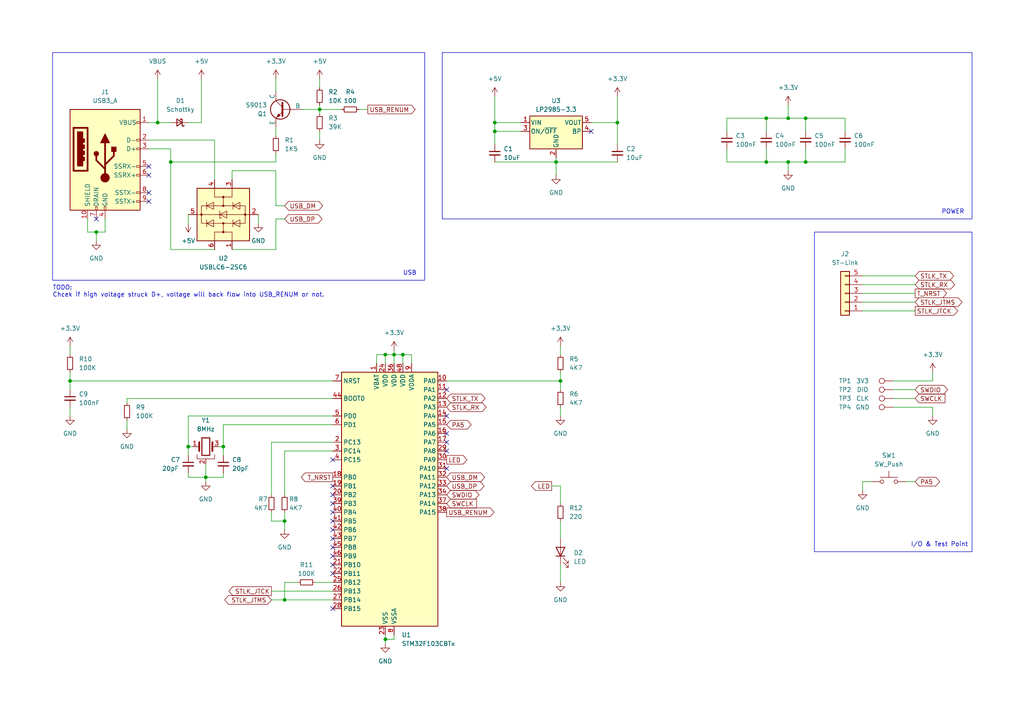
<source format=kicad_sch>
(kicad_sch (version 20230121) (generator eeschema)
  (paper "A4")
  (title_block (title "FSC-01") (date "2024-09-01") (rev "V0.1") (company "NekoTech") (comment 1 "ST-Link V2/GNUK Mix Board"))
  (lib_symbols
    (symbol "Connector:TestPoint" (pin_numbers hide) (pin_names (offset 0.762) hide)
      (property "Reference" "TP" (at 0 6.858 0))
      (property "Value" "TestPoint" (at 0 5.08 0))
      (symbol "TestPoint_0_1"
        (circle (center 0 3.302) (radius 0.762))
      )
      (symbol "TestPoint_1_1"
        (pin passive line (at 0 0 90) (length 2.54) (name "1") (number "1"))
      )
    )
    (symbol "Connector:USB3_A" (pin_names (offset 1.016))
      (property "Reference" "J" (at -10.16 15.24 0))
      (property "Value" "USB3_A" (at 10.16 15.24 0))
      (symbol "USB3_A_0_0"
        (rectangle (start -9.144 8.636) (end -5.08 -3.81) (stroke (width 0.508)))
        (rectangle (start -7.874 7.366) (end -6.604 -2.286) (stroke (width 0.508)) (fill (type outline)))
        (rectangle (start -6.35 0) (end -6.096 -0.762) (stroke (width 0.508)))
        (rectangle (start -6.35 1.778) (end -6.096 1.016) (stroke (width 0.508)))
        (rectangle (start -6.35 3.556) (end -6.096 2.794) (stroke (width 0.508)))
        (rectangle (start -6.35 5.334) (end -6.096 4.572) (stroke (width 0.508)))
        (rectangle (start -2.794 -15.24) (end -2.286 -14.224))
        (rectangle (start -0.254 -15.24) (end 0.254 -14.224))
        (rectangle (start 10.16 -12.446) (end 9.144 -12.954))
        (rectangle (start 10.16 -9.906) (end 9.144 -10.414))
        (rectangle (start 10.16 -4.826) (end 9.144 -5.334))
        (rectangle (start 10.16 -2.286) (end 9.144 -2.794))
        (rectangle (start 10.16 2.794) (end 9.144 2.286))
        (rectangle (start 10.16 5.334) (end 9.144 4.826))
        (rectangle (start 10.16 10.414) (end 9.144 9.906))
      )
      (symbol "USB3_A_0_1"
        (rectangle (start -10.16 13.97) (end 10.16 -15.24) (stroke (width 0.254)) (fill (type background)))
      )
      (symbol "USB3_A_1_1"
        (circle (center -2.54 1.143) (radius 0.635) (stroke (width 0.254)) (fill (type outline)))
        (circle (center 0 -5.842) (radius 1.27) (fill (type outline)))
        (polyline (pts (xy 0 -5.842) (xy 0 4.318)) (stroke (width 0.508)))
        (polyline (pts (xy 0 -3.302) (xy -2.54 -0.762) (xy -2.54 0.508)) (stroke (width 0.508)))
        (polyline (pts (xy 0 -2.032) (xy 2.54 0.508) (xy 2.54 1.778)) (stroke (width 0.508)))
        (polyline (pts (xy -1.27 4.318) (xy 0 6.858) (xy 1.27 4.318) (xy -1.27 4.318)) (stroke (width 0.254)) (fill (type outline)))
        (rectangle (start 1.905 1.778) (end 3.175 3.048) (stroke (width 0.254)) (fill (type outline)))
        (pin power_in line (at 12.7 10.16 180) (length 2.54) (name "VBUS") (number "1"))
        (pin passive line (at -5.08 -17.78 90) (length 2.54) (name "SHIELD") (number "10"))
        (pin bidirectional line (at 12.7 5.08 180) (length 2.54) (name "D-") (number "2"))
        (pin bidirectional line (at 12.7 2.54 180) (length 2.54) (name "D+") (number "3"))
        (pin power_in line (at 0 -17.78 90) (length 2.54) (name "GND") (number "4"))
        (pin output line (at 12.7 -2.54 180) (length 2.54) (name "SSRX-") (number "5"))
        (pin output line (at 12.7 -5.08 180) (length 2.54) (name "SSRX+") (number "6"))
        (pin passive line (at -2.54 -17.78 90) (length 2.54) (name "DRAIN") (number "7"))
        (pin input line (at 12.7 -10.16 180) (length 2.54) (name "SSTX-") (number "8"))
        (pin input line (at 12.7 -12.7 180) (length 2.54) (name "SSTX+") (number "9"))
      )
    )
    (symbol "Connector_Generic:Conn_01x05" (pin_names (offset 1.016) hide)
      (property "Reference" "J" (at 0 7.62 0))
      (property "Value" "Conn_01x05" (at 0 -7.62 0))
      (symbol "Conn_01x05_1_1"
        (rectangle (start -1.27 -4.953) (end 0 -5.207) (stroke (width 0.1524)))
        (rectangle (start -1.27 -2.413) (end 0 -2.667) (stroke (width 0.1524)))
        (rectangle (start -1.27 0.127) (end 0 -0.127) (stroke (width 0.1524)))
        (rectangle (start -1.27 2.667) (end 0 2.413) (stroke (width 0.1524)))
        (rectangle (start -1.27 5.207) (end 0 4.953) (stroke (width 0.1524)))
        (rectangle (start -1.27 6.35) (end 1.27 -6.35) (stroke (width 0.254)) (fill (type background)))
        (pin passive line (at -5.08 5.08 0) (length 3.81) (name "Pin_1") (number "1"))
        (pin passive line (at -5.08 2.54 0) (length 3.81) (name "Pin_2") (number "2"))
        (pin passive line (at -5.08 0 0) (length 3.81) (name "Pin_3") (number "3"))
        (pin passive line (at -5.08 -2.54 0) (length 3.81) (name "Pin_4") (number "4"))
        (pin passive line (at -5.08 -5.08 0) (length 3.81) (name "Pin_5") (number "5"))
      )
    )
    (symbol "Device:C_Small" (pin_numbers hide) (pin_names (offset 0.254) hide)
      (property "Reference" "C" (at 0.254 1.778 0))
      (property "Value" "C_Small" (at 0.254 -2.032 0))
      (symbol "C_Small_0_1"
        (polyline (pts (xy -1.524 -0.508) (xy 1.524 -0.508)) (stroke (width 0.3302)))
        (polyline (pts (xy -1.524 0.508) (xy 1.524 0.508)) (stroke (width 0.3048)))
      )
      (symbol "C_Small_1_1"
        (pin passive line (at 0 2.54 270) (length 2.032) (name "~") (number "1"))
        (pin passive line (at 0 -2.54 90) (length 2.032) (name "~") (number "2"))
      )
    )
    (symbol "Device:Crystal_GND2" (pin_names (offset 1.016) hide)
      (property "Reference" "Y" (at 0 5.715 0))
      (property "Value" "Crystal_GND2" (at 0 3.81 0))
      (symbol "Crystal_GND2_0_1"
        (rectangle (start -1.143 2.54) (end 1.143 -2.54) (stroke (width 0.3048)))
        (polyline (pts (xy -2.54 0) (xy -1.905 0)))
        (polyline (pts (xy -1.905 -1.27) (xy -1.905 1.27)) (stroke (width 0.508)))
        (polyline (pts (xy 0 -3.81) (xy 0 -3.556)))
        (polyline (pts (xy 1.905 0) (xy 2.54 0)))
        (polyline (pts (xy 1.905 1.27) (xy 1.905 -1.27)) (stroke (width 0.508)))
        (polyline (pts (xy -2.54 -2.286) (xy -2.54 -3.556) (xy 2.54 -3.556) (xy 2.54 -2.286)))
      )
      (symbol "Crystal_GND2_1_1"
        (pin passive line (at -3.81 0 0) (length 1.27) (name "1") (number "1"))
        (pin passive line (at 0 -5.08 90) (length 1.27) (name "2") (number "2"))
        (pin passive line (at 3.81 0 180) (length 1.27) (name "3") (number "3"))
      )
    )
    (symbol "Device:D_Schottky_Small" (pin_numbers hide) (pin_names (offset 0.254) hide)
      (property "Reference" "D" (at -1.27 2.032 0))
      (property "Value" "D_Schottky_Small" (at -7.112 -2.032 0))
      (symbol "D_Schottky_Small_0_1"
        (polyline (pts (xy -0.762 0) (xy 0.762 0)))
        (polyline (pts (xy 0.762 -1.016) (xy -0.762 0) (xy 0.762 1.016) (xy 0.762 -1.016)) (stroke (width 0.254)))
        (polyline (pts (xy -1.27 0.762) (xy -1.27 1.016) (xy -0.762 1.016) (xy -0.762 -1.016) (xy -0.254 -1.016) (xy -0.254 -0.762)) (stroke (width 0.254)))
      )
      (symbol "D_Schottky_Small_1_1"
        (pin passive line (at -2.54 0 0) (length 1.778) (name "K") (number "1"))
        (pin passive line (at 2.54 0 180) (length 1.778) (name "A") (number "2"))
      )
    )
    (symbol "Device:LED" (pin_numbers hide) (pin_names (offset 1.016) hide)
      (property "Reference" "D" (at 0 2.54 0))
      (property "Value" "LED" (at 0 -2.54 0))
      (symbol "LED_0_1"
        (polyline (pts (xy -1.27 -1.27) (xy -1.27 1.27)) (stroke (width 0.254)))
        (polyline (pts (xy -1.27 0) (xy 1.27 0)))
        (polyline (pts (xy 1.27 -1.27) (xy 1.27 1.27) (xy -1.27 0) (xy 1.27 -1.27)) (stroke (width 0.254)))
        (polyline (pts (xy -3.048 -0.762) (xy -4.572 -2.286) (xy -3.81 -2.286) (xy -4.572 -2.286) (xy -4.572 -1.524)))
        (polyline (pts (xy -1.778 -0.762) (xy -3.302 -2.286) (xy -2.54 -2.286) (xy -3.302 -2.286) (xy -3.302 -1.524)))
      )
      (symbol "LED_1_1"
        (pin passive line (at -3.81 0 0) (length 2.54) (name "K") (number "1"))
        (pin passive line (at 3.81 0 180) (length 2.54) (name "A") (number "2"))
      )
    )
    (symbol "Device:R_Small" (pin_numbers hide) (pin_names (offset 0.254) hide)
      (property "Reference" "R" (at 0.762 0.508 0))
      (property "Value" "R_Small" (at 0.762 -1.016 0))
      (symbol "R_Small_0_1"
        (rectangle (start -0.762 1.778) (end 0.762 -1.778) (stroke (width 0.2032)))
      )
      (symbol "R_Small_1_1"
        (pin passive line (at 0 2.54 270) (length 0.762) (name "~") (number "1"))
        (pin passive line (at 0 -2.54 90) (length 0.762) (name "~") (number "2"))
      )
    )
    (symbol "MCU_ST_STM32F1:STM32F103CBTx"
      (property "Reference" "U" (at -12.7 39.37 0))
      (property "Value" "STM32F103CBTx" (at 10.16 39.37 0))
      (symbol "STM32F103CBTx_0_1"
        (rectangle (start -12.7 -35.56) (end 15.24 38.1) (stroke (width 0.254)) (fill (type background)))
      )
      (symbol "STM32F103CBTx_1_1"
        (pin power_in line (at -2.54 40.64 270) (length 2.54) (name "VBAT") (number "1"))
        (pin bidirectional line (at 17.78 35.56 180) (length 2.54) (name "PA0") (number "10"))
        (pin bidirectional line (at 17.78 33.02 180) (length 2.54) (name "PA1") (number "11"))
        (pin bidirectional line (at 17.78 30.48 180) (length 2.54) (name "PA2") (number "12"))
        (pin bidirectional line (at 17.78 27.94 180) (length 2.54) (name "PA3") (number "13"))
        (pin bidirectional line (at 17.78 25.4 180) (length 2.54) (name "PA4") (number "14"))
        (pin bidirectional line (at 17.78 22.86 180) (length 2.54) (name "PA5") (number "15"))
        (pin bidirectional line (at 17.78 20.32 180) (length 2.54) (name "PA6") (number "16"))
        (pin bidirectional line (at 17.78 17.78 180) (length 2.54) (name "PA7") (number "17"))
        (pin bidirectional line (at -15.24 7.62 0) (length 2.54) (name "PB0") (number "18"))
        (pin bidirectional line (at -15.24 5.08 0) (length 2.54) (name "PB1") (number "19"))
        (pin bidirectional line (at -15.24 17.78 0) (length 2.54) (name "PC13") (number "2"))
        (pin bidirectional line (at -15.24 2.54 0) (length 2.54) (name "PB2") (number "20"))
        (pin bidirectional line (at -15.24 -17.78 0) (length 2.54) (name "PB10") (number "21"))
        (pin bidirectional line (at -15.24 -20.32 0) (length 2.54) (name "PB11") (number "22"))
        (pin power_in line (at 0 -38.1 90) (length 2.54) (name "VSS") (number "23"))
        (pin power_in line (at 0 40.64 270) (length 2.54) (name "VDD") (number "24"))
        (pin bidirectional line (at -15.24 -22.86 0) (length 2.54) (name "PB12") (number "25"))
        (pin bidirectional line (at -15.24 -25.4 0) (length 2.54) (name "PB13") (number "26"))
        (pin bidirectional line (at -15.24 -27.94 0) (length 2.54) (name "PB14") (number "27"))
        (pin bidirectional line (at -15.24 -30.48 0) (length 2.54) (name "PB15") (number "28"))
        (pin bidirectional line (at 17.78 15.24 180) (length 2.54) (name "PA8") (number "29"))
        (pin bidirectional line (at -15.24 15.24 0) (length 2.54) (name "PC14") (number "3"))
        (pin bidirectional line (at 17.78 12.7 180) (length 2.54) (name "PA9") (number "30"))
        (pin bidirectional line (at 17.78 10.16 180) (length 2.54) (name "PA10") (number "31"))
        (pin bidirectional line (at 17.78 7.62 180) (length 2.54) (name "PA11") (number "32"))
        (pin bidirectional line (at 17.78 5.08 180) (length 2.54) (name "PA12") (number "33"))
        (pin bidirectional line (at 17.78 2.54 180) (length 2.54) (name "PA13") (number "34"))
        (pin passive line (at 0 -38.1 90) (length 2.54) hide (name "VSS") (number "35"))
        (pin power_in line (at 2.54 40.64 270) (length 2.54) (name "VDD") (number "36"))
        (pin bidirectional line (at 17.78 0 180) (length 2.54) (name "PA14") (number "37"))
        (pin bidirectional line (at 17.78 -2.54 180) (length 2.54) (name "PA15") (number "38"))
        (pin bidirectional line (at -15.24 0 0) (length 2.54) (name "PB3") (number "39"))
        (pin bidirectional line (at -15.24 12.7 0) (length 2.54) (name "PC15") (number "4"))
        (pin bidirectional line (at -15.24 -2.54 0) (length 2.54) (name "PB4") (number "40"))
        (pin bidirectional line (at -15.24 -5.08 0) (length 2.54) (name "PB5") (number "41"))
        (pin bidirectional line (at -15.24 -7.62 0) (length 2.54) (name "PB6") (number "42"))
        (pin bidirectional line (at -15.24 -10.16 0) (length 2.54) (name "PB7") (number "43"))
        (pin input line (at -15.24 30.48 0) (length 2.54) (name "BOOT0") (number "44"))
        (pin bidirectional line (at -15.24 -12.7 0) (length 2.54) (name "PB8") (number "45"))
        (pin bidirectional line (at -15.24 -15.24 0) (length 2.54) (name "PB9") (number "46"))
        (pin passive line (at 0 -38.1 90) (length 2.54) hide (name "VSS") (number "47"))
        (pin power_in line (at 5.08 40.64 270) (length 2.54) (name "VDD") (number "48"))
        (pin bidirectional line (at -15.24 25.4 0) (length 2.54) (name "PD0") (number "5"))
        (pin bidirectional line (at -15.24 22.86 0) (length 2.54) (name "PD1") (number "6"))
        (pin input line (at -15.24 35.56 0) (length 2.54) (name "NRST") (number "7"))
        (pin power_in line (at 2.54 -38.1 90) (length 2.54) (name "VSSA") (number "8"))
        (pin power_in line (at 7.62 40.64 270) (length 2.54) (name "VDDA") (number "9"))
      )
    )
    (symbol "Power_Protection:USBLC6-2SC6" (pin_names hide)
      (property "Reference" "U" (at 2.54 8.89 0))
      (property "Value" "USBLC6-2SC6" (at 2.54 -8.89 0))
      (symbol "USBLC6-2SC6_0_1"
        (rectangle (start -7.62 -7.62) (end 7.62 7.62) (stroke (width 0.254)) (fill (type background)))
        (circle (center -5.08 0) (radius 0.254) (fill (type outline)))
        (circle (center -2.54 0) (radius 0.254) (fill (type outline)))
        (rectangle (start -2.54 6.35) (end 2.54 -6.35))
        (circle (center 0 -6.35) (radius 0.254) (fill (type outline)))
        (polyline (pts (xy -5.08 -2.54) (xy -7.62 -2.54)))
        (polyline (pts (xy -5.08 0) (xy -5.08 -2.54)))
        (polyline (pts (xy -5.08 2.54) (xy -7.62 2.54)))
        (polyline (pts (xy -1.524 -2.794) (xy -3.556 -2.794)))
        (polyline (pts (xy -1.524 4.826) (xy -3.556 4.826)))
        (polyline (pts (xy 0 -7.62) (xy 0 -6.35)))
        (polyline (pts (xy 0 -6.35) (xy 0 1.27)))
        (polyline (pts (xy 0 1.27) (xy 0 6.35)))
        (polyline (pts (xy 0 6.35) (xy 0 7.62)))
        (polyline (pts (xy 1.524 -2.794) (xy 3.556 -2.794)))
        (polyline (pts (xy 1.524 4.826) (xy 3.556 4.826)))
        (polyline (pts (xy 5.08 -2.54) (xy 7.62 -2.54)))
        (polyline (pts (xy 5.08 0) (xy 5.08 -2.54)))
        (polyline (pts (xy 5.08 2.54) (xy 7.62 2.54)))
        (polyline (pts (xy -2.54 0) (xy -5.08 0) (xy -5.08 2.54)))
        (polyline (pts (xy 2.54 0) (xy 5.08 0) (xy 5.08 2.54)))
        (polyline (pts (xy -3.556 -4.826) (xy -1.524 -4.826) (xy -2.54 -2.794) (xy -3.556 -4.826)))
        (polyline (pts (xy -3.556 2.794) (xy -1.524 2.794) (xy -2.54 4.826) (xy -3.556 2.794)))
        (polyline (pts (xy -1.016 -1.016) (xy 1.016 -1.016) (xy 0 1.016) (xy -1.016 -1.016)))
        (polyline (pts (xy 1.016 1.016) (xy 0.762 1.016) (xy -1.016 1.016) (xy -1.016 0.508)))
        (polyline (pts (xy 3.556 -4.826) (xy 1.524 -4.826) (xy 2.54 -2.794) (xy 3.556 -4.826)))
        (polyline (pts (xy 3.556 2.794) (xy 1.524 2.794) (xy 2.54 4.826) (xy 3.556 2.794)))
        (circle (center 0 6.35) (radius 0.254) (fill (type outline)))
        (circle (center 2.54 0) (radius 0.254) (fill (type outline)))
        (circle (center 5.08 0) (radius 0.254) (fill (type outline)))
      )
      (symbol "USBLC6-2SC6_1_1"
        (pin passive line (at -10.16 -2.54 0) (length 2.54) (name "I/O1") (number "1"))
        (pin passive line (at 0 -10.16 90) (length 2.54) (name "GND") (number "2"))
        (pin passive line (at 10.16 -2.54 180) (length 2.54) (name "I/O2") (number "3"))
        (pin passive line (at 10.16 2.54 180) (length 2.54) (name "I/O2") (number "4"))
        (pin passive line (at 0 10.16 270) (length 2.54) (name "VBUS") (number "5"))
        (pin passive line (at -10.16 2.54 0) (length 2.54) (name "I/O1") (number "6"))
      )
    )
    (symbol "Regulator_Linear:LP2985-3.3" (pin_names (offset 0.254))
      (property "Reference" "U" (at -6.35 5.715 0))
      (property "Value" "LP2985-3.3" (at 0 5.715 0))
      (symbol "LP2985-3.3_0_1"
        (rectangle (start -7.62 -5.08) (end 7.62 4.445) (stroke (width 0.254)) (fill (type background)))
      )
      (symbol "LP2985-3.3_1_1"
        (pin power_in line (at -10.16 2.54 0) (length 2.54) (name "VIN") (number "1"))
        (pin power_in line (at 0 -7.62 90) (length 2.54) (name "GND") (number "2"))
        (pin input line (at -10.16 0 0) (length 2.54) (name "ON/~{OFF}") (number "3"))
        (pin input line (at 10.16 0 180) (length 2.54) (name "BP") (number "4"))
        (pin power_out line (at 10.16 2.54 180) (length 2.54) (name "VOUT") (number "5"))
      )
    )
    (symbol "Simulation_SPICE:NPN" (pin_numbers hide) (pin_names (offset 0))
      (property "Reference" "Q" (at -2.54 7.62 0))
      (property "Value" "NPN" (at -2.54 5.08 0))
      (symbol "NPN_0_1"
        (polyline (pts (xy -2.54 0) (xy 0.635 0)) (stroke (width 0.1524)))
        (polyline (pts (xy 0.635 0.635) (xy 2.54 2.54)))
        (polyline (pts (xy 2.794 -1.27) (xy 2.794 -1.27)) (stroke (width 0.1524)))
        (polyline (pts (xy 2.794 -1.27) (xy 2.794 -1.27)) (stroke (width 0.1524)))
        (polyline (pts (xy 0.635 -0.635) (xy 2.54 -2.54) (xy 2.54 -2.54)))
        (polyline (pts (xy 0.635 1.905) (xy 0.635 -1.905) (xy 0.635 -1.905)) (stroke (width 0.508)))
        (polyline (pts (xy 1.27 -1.778) (xy 1.778 -1.27) (xy 2.286 -2.286) (xy 1.27 -1.778) (xy 1.27 -1.778)) (fill (type outline)))
        (circle (center 1.27 0) (radius 2.8194) (stroke (width 0.254)))
      )
      (symbol "NPN_1_1"
        (pin open_collector line (at 2.54 5.08 270) (length 2.54) (name "C") (number "1"))
        (pin input line (at -5.08 0 0) (length 2.54) (name "B") (number "2"))
        (pin open_emitter line (at 2.54 -5.08 90) (length 2.54) (name "E") (number "3"))
      )
    )
    (symbol "Switch:SW_Push" (pin_numbers hide) (pin_names (offset 1.016) hide)
      (property "Reference" "SW" (at 1.27 2.54 0))
      (property "Value" "SW_Push" (at 0 -1.524 0))
      (symbol "SW_Push_0_1"
        (circle (center -2.032 0) (radius 0.508))
        (polyline (pts (xy 0 1.27) (xy 0 3.048)))
        (polyline (pts (xy 2.54 1.27) (xy -2.54 1.27)))
        (circle (center 2.032 0) (radius 0.508))
        (pin passive line (at -5.08 0 0) (length 2.54) (name "1") (number "1"))
        (pin passive line (at 5.08 0 180) (length 2.54) (name "2") (number "2"))
      )
    )
    (symbol "power:+3.3V" (power) (pin_names (offset 0))
      (property "Value" "+3.3V" (at 0 3.556 0))
      (symbol "+3.3V_0_1"
        (polyline (pts (xy -0.762 1.27) (xy 0 2.54)))
        (polyline (pts (xy 0 0) (xy 0 2.54)))
        (polyline (pts (xy 0 2.54) (xy 0.762 1.27)))
      )
      (symbol "+3.3V_1_1"
        (pin power_in line (at 0 0 90) (length 0) hide (name "+3.3V") (number "1"))
      )
    )
    (symbol "power:+5V" (power) (pin_names (offset 0))
      (property "Value" "+5V" (at 0 3.556 0))
      (symbol "+5V_0_1"
        (polyline (pts (xy -0.762 1.27) (xy 0 2.54)))
        (polyline (pts (xy 0 0) (xy 0 2.54)))
        (polyline (pts (xy 0 2.54) (xy 0.762 1.27)))
      )
      (symbol "+5V_1_1"
        (pin power_in line (at 0 0 90) (length 0) hide (name "+5V") (number "1"))
      )
    )
    (symbol "power:GND" (power) (pin_names (offset 0))
      (property "Value" "GND" (at 0 -3.81 0))
      (symbol "GND_0_1"
        (polyline (pts (xy 0 0) (xy 0 -1.27) (xy 1.27 -1.27) (xy 0 -2.54) (xy -1.27 -1.27) (xy 0 -1.27)))
      )
      (symbol "GND_1_1"
        (pin power_in line (at 0 0 270) (length 0) hide (name "GND") (number "1"))
      )
    )
    (symbol "power:VBUS" (power) (pin_names (offset 0))
      (property "Value" "VBUS" (at 0 3.81 0))
      (symbol "VBUS_0_1"
        (polyline (pts (xy -0.762 1.27) (xy 0 2.54)))
        (polyline (pts (xy 0 0) (xy 0 2.54)))
        (polyline (pts (xy 0 2.54) (xy 0.762 1.27)))
      )
      (symbol "VBUS_1_1"
        (pin power_in line (at 0 0 90) (length 0) hide (name "VBUS") (number "1"))
      )
    )
  )
  (junction (at 222.25 46.99))
  (junction (at 233.68 34.29))
  (junction (at 92.71 31.75))
  (junction (at 143.51 35.56))
  (junction (at 116.84 102.87))
  (junction (at 228.6 46.99))
  (junction (at 114.3 102.87))
  (junction (at 111.76 102.87))
  (junction (at 228.6 34.29))
  (junction (at 222.25 34.29))
  (junction (at 179.07 35.56))
  (junction (at 161.29 46.99))
  (junction (at 54.61 129.54))
  (junction (at 59.69 138.43))
  (junction (at 20.32 110.49))
  (junction (at 82.55 173.99))
  (junction (at 64.77 129.54))
  (junction (at 82.55 151.13))
  (junction (at 233.68 46.99))
  (junction (at 45.72 35.56))
  (junction (at 162.56 110.49))
  (junction (at 27.94 67.31))
  (junction (at 143.51 38.1))
  (junction (at 111.76 185.42))
  (junction (at 49.53 46.99))
  (no_connect (at 96.52 176.53))
  (no_connect (at 43.18 50.8))
  (no_connect (at 96.52 166.37))
  (no_connect (at 96.52 146.05))
  (no_connect (at 96.52 156.21))
  (no_connect (at 129.54 113.03))
  (no_connect (at 96.52 143.51))
  (no_connect (at 171.45 38.1))
  (no_connect (at 96.52 148.59))
  (no_connect (at 96.52 163.83))
  (no_connect (at 96.52 158.75))
  (no_connect (at 129.54 130.81))
  (no_connect (at 96.52 140.97))
  (no_connect (at 96.52 153.67))
  (no_connect (at 96.52 161.29))
  (no_connect (at 96.52 151.13))
  (no_connect (at 129.54 128.27))
  (no_connect (at 129.54 120.65))
  (no_connect (at 96.52 133.35))
  (no_connect (at 129.54 125.73))
  (no_connect (at 27.94 63.5))
  (no_connect (at 129.54 135.89))
  (no_connect (at 43.18 55.88))
  (no_connect (at 43.18 58.42))
  (no_connect (at 43.18 48.26))
  (wire (pts (xy 114.3 102.87) (xy 111.76 102.87)))
  (wire (pts (xy 25.4 67.31) (xy 27.94 67.31)))
  (wire (pts (xy 179.07 35.56) (xy 179.07 41.91)))
  (wire (pts (xy 80.01 72.39) (xy 80.01 63.5)))
  (wire (pts (xy 82.55 148.59) (xy 82.55 151.13)))
  (wire (pts (xy 111.76 102.87) (xy 111.76 105.41)))
  (wire (pts (xy 59.69 134.62) (xy 59.69 138.43)))
  (wire (pts (xy 45.72 35.56) (xy 49.53 35.56)))
  (wire (pts (xy 233.68 34.29) (xy 233.68 38.1)))
  (wire (pts (xy 92.71 38.1) (xy 92.71 40.64)))
  (wire (pts (xy 111.76 102.87) (xy 109.22 102.87)))
  (wire (pts (xy 210.82 38.1) (xy 210.82 34.29)))
  (wire (pts (xy 270.51 120.65) (xy 270.51 118.11)))
  (wire (pts (xy 252.73 139.7) (xy 250.19 139.7)))
  (wire (pts (xy 54.61 35.56) (xy 58.42 35.56)))
  (wire (pts (xy 92.71 22.86) (xy 92.71 25.4)))
  (wire (pts (xy 82.55 130.81) (xy 82.55 143.51)))
  (wire (pts (xy 49.53 72.39) (xy 62.23 72.39)))
  (wire (pts (xy 27.94 67.31) (xy 30.48 67.31)))
  (wire (pts (xy 222.25 46.99) (xy 228.6 46.99)))
  (wire (pts (xy 78.74 171.45) (xy 96.52 171.45)))
  (wire (pts (xy 74.93 62.23) (xy 74.93 64.77)))
  (wire (pts (xy 259.08 115.57) (xy 265.43 115.57)))
  (wire (pts (xy 96.52 130.81) (xy 82.55 130.81)))
  (wire (pts (xy 233.68 43.18) (xy 233.68 46.99)))
  (wire (pts (xy 59.69 138.43) (xy 59.69 139.7)))
  (wire (pts (xy 49.53 46.99) (xy 80.01 46.99)))
  (wire (pts (xy 228.6 30.48) (xy 228.6 34.29)))
  (wire (pts (xy 162.56 110.49) (xy 162.56 113.03)))
  (wire (pts (xy 143.51 38.1) (xy 143.51 35.56)))
  (wire (pts (xy 43.18 35.56) (xy 45.72 35.56)))
  (wire (pts (xy 64.77 138.43) (xy 59.69 138.43)))
  (wire (pts (xy 262.89 139.7) (xy 265.43 139.7)))
  (wire (pts (xy 92.71 31.75) (xy 92.71 33.02)))
  (wire (pts (xy 20.32 107.95) (xy 20.32 110.49)))
  (wire (pts (xy 116.84 102.87) (xy 116.84 105.41)))
  (wire (pts (xy 87.63 31.75) (xy 92.71 31.75)))
  (wire (pts (xy 250.19 87.63) (xy 265.43 87.63)))
  (wire (pts (xy 36.83 115.57) (xy 36.83 116.84)))
  (wire (pts (xy 82.55 173.99) (xy 96.52 173.99)))
  (wire (pts (xy 245.11 38.1) (xy 245.11 34.29)))
  (wire (pts (xy 210.82 34.29) (xy 222.25 34.29)))
  (wire (pts (xy 114.3 185.42) (xy 111.76 185.42)))
  (wire (pts (xy 67.31 49.53) (xy 80.01 49.53)))
  (wire (pts (xy 250.19 139.7) (xy 250.19 142.24)))
  (wire (pts (xy 114.3 101.6) (xy 114.3 102.87)))
  (wire (pts (xy 161.29 46.99) (xy 179.07 46.99)))
  (wire (pts (xy 161.29 45.72) (xy 161.29 46.99)))
  (wire (pts (xy 250.19 85.09) (xy 265.43 85.09)))
  (wire (pts (xy 270.51 110.49) (xy 270.51 107.95)))
  (wire (pts (xy 54.61 132.08) (xy 54.61 129.54)))
  (wire (pts (xy 161.29 46.99) (xy 161.29 50.8)))
  (wire (pts (xy 228.6 46.99) (xy 228.6 49.53)))
  (wire (pts (xy 111.76 184.15) (xy 111.76 185.42)))
  (wire (pts (xy 78.74 128.27) (xy 78.74 143.51)))
  (wire (pts (xy 43.18 40.64) (xy 62.23 40.64)))
  (wire (pts (xy 143.51 35.56) (xy 151.13 35.56)))
  (wire (pts (xy 143.51 27.94) (xy 143.51 35.56)))
  (wire (pts (xy 43.18 43.18) (xy 49.53 43.18)))
  (wire (pts (xy 151.13 38.1) (xy 143.51 38.1)))
  (wire (pts (xy 64.77 129.54) (xy 64.77 123.19)))
  (wire (pts (xy 92.71 31.75) (xy 99.06 31.75)))
  (wire (pts (xy 179.07 35.56) (xy 179.07 27.94)))
  (wire (pts (xy 20.32 110.49) (xy 20.32 113.03)))
  (wire (pts (xy 49.53 46.99) (xy 49.53 72.39)))
  (wire (pts (xy 82.55 168.91) (xy 82.55 173.99)))
  (wire (pts (xy 54.61 129.54) (xy 55.88 129.54)))
  (wire (pts (xy 62.23 40.64) (xy 62.23 52.07)))
  (wire (pts (xy 250.19 90.17) (xy 265.43 90.17)))
  (wire (pts (xy 171.45 35.56) (xy 179.07 35.56)))
  (wire (pts (xy 20.32 100.33) (xy 20.32 102.87)))
  (wire (pts (xy 129.54 110.49) (xy 162.56 110.49)))
  (wire (pts (xy 78.74 151.13) (xy 82.55 151.13)))
  (wire (pts (xy 96.52 120.65) (xy 54.61 120.65)))
  (wire (pts (xy 92.71 30.48) (xy 92.71 31.75)))
  (wire (pts (xy 80.01 63.5) (xy 82.55 63.5)))
  (wire (pts (xy 245.11 34.29) (xy 233.68 34.29)))
  (wire (pts (xy 64.77 129.54) (xy 64.77 132.08)))
  (wire (pts (xy 82.55 151.13) (xy 82.55 153.67)))
  (wire (pts (xy 114.3 102.87) (xy 114.3 105.41)))
  (wire (pts (xy 54.61 137.16) (xy 54.61 138.43)))
  (wire (pts (xy 67.31 52.07) (xy 67.31 49.53)))
  (wire (pts (xy 36.83 121.92) (xy 36.83 124.46)))
  (wire (pts (xy 54.61 138.43) (xy 59.69 138.43)))
  (wire (pts (xy 162.56 100.33) (xy 162.56 102.87)))
  (wire (pts (xy 64.77 123.19) (xy 96.52 123.19)))
  (wire (pts (xy 54.61 120.65) (xy 54.61 129.54)))
  (wire (pts (xy 64.77 137.16) (xy 64.77 138.43)))
  (wire (pts (xy 222.25 34.29) (xy 228.6 34.29)))
  (wire (pts (xy 63.5 129.54) (xy 64.77 129.54)))
  (wire (pts (xy 30.48 67.31) (xy 30.48 63.5)))
  (wire (pts (xy 259.08 110.49) (xy 270.51 110.49)))
  (wire (pts (xy 78.74 173.99) (xy 82.55 173.99)))
  (wire (pts (xy 143.51 38.1) (xy 143.51 41.91)))
  (wire (pts (xy 210.82 43.18) (xy 210.82 46.99)))
  (wire (pts (xy 96.52 128.27) (xy 78.74 128.27)))
  (wire (pts (xy 86.36 168.91) (xy 82.55 168.91)))
  (wire (pts (xy 20.32 118.11) (xy 20.32 120.65)))
  (wire (pts (xy 109.22 102.87) (xy 109.22 105.41)))
  (wire (pts (xy 104.14 31.75) (xy 106.68 31.75)))
  (wire (pts (xy 111.76 185.42) (xy 111.76 186.69)))
  (wire (pts (xy 25.4 63.5) (xy 25.4 67.31)))
  (wire (pts (xy 222.25 38.1) (xy 222.25 34.29)))
  (wire (pts (xy 80.01 44.45) (xy 80.01 46.99)))
  (wire (pts (xy 96.52 115.57) (xy 36.83 115.57)))
  (wire (pts (xy 162.56 118.11) (xy 162.56 120.65)))
  (wire (pts (xy 54.61 62.23) (xy 54.61 64.77)))
  (wire (pts (xy 162.56 163.83) (xy 162.56 168.91)))
  (wire (pts (xy 119.38 105.41) (xy 119.38 102.87)))
  (wire (pts (xy 116.84 102.87) (xy 114.3 102.87)))
  (wire (pts (xy 80.01 49.53) (xy 80.01 59.69)))
  (wire (pts (xy 162.56 140.97) (xy 162.56 146.05)))
  (wire (pts (xy 222.25 43.18) (xy 222.25 46.99)))
  (wire (pts (xy 27.94 67.31) (xy 27.94 69.85)))
  (wire (pts (xy 80.01 36.83) (xy 80.01 39.37)))
  (wire (pts (xy 143.51 46.99) (xy 161.29 46.99)))
  (wire (pts (xy 270.51 118.11) (xy 259.08 118.11)))
  (wire (pts (xy 210.82 46.99) (xy 222.25 46.99)))
  (wire (pts (xy 162.56 151.13) (xy 162.56 156.21)))
  (wire (pts (xy 250.19 82.55) (xy 265.43 82.55)))
  (wire (pts (xy 114.3 184.15) (xy 114.3 185.42)))
  (wire (pts (xy 67.31 72.39) (xy 80.01 72.39)))
  (wire (pts (xy 259.08 113.03) (xy 265.43 113.03)))
  (wire (pts (xy 119.38 102.87) (xy 116.84 102.87)))
  (wire (pts (xy 228.6 34.29) (xy 233.68 34.29)))
  (wire (pts (xy 78.74 148.59) (xy 78.74 151.13)))
  (wire (pts (xy 20.32 110.49) (xy 96.52 110.49)))
  (wire (pts (xy 45.72 22.86) (xy 45.72 35.56)))
  (wire (pts (xy 162.56 107.95) (xy 162.56 110.49)))
  (wire (pts (xy 80.01 59.69) (xy 82.55 59.69)))
  (wire (pts (xy 245.11 43.18) (xy 245.11 46.99)))
  (wire (pts (xy 91.44 168.91) (xy 96.52 168.91)))
  (wire (pts (xy 250.19 80.01) (xy 265.43 80.01)))
  (wire (pts (xy 160.02 140.97) (xy 162.56 140.97)))
  (wire (pts (xy 228.6 46.99) (xy 233.68 46.99)))
  (wire (pts (xy 49.53 43.18) (xy 49.53 46.99)))
  (wire (pts (xy 58.42 22.86) (xy 58.42 35.56)))
  (wire (pts (xy 80.01 22.86) (xy 80.01 26.67)))
  (wire (pts (xy 245.11 46.99) (xy 233.68 46.99)))
  (rectangle (start 128.27 15.24) (end 281.94 63.5))
  (rectangle (start 236.22 67.31) (end 281.94 160.02))
  (rectangle (start 15.24 15.24) (end 123.19 81.28))
  (text "I/O & Test Point" (at 264.16 158.75 0) (effects (font (size 1.27 1.27)) (justify left bottom)))
  (text "TODO:\nChcek if high voltage struck D+, voltage will back flow into USB_RENUM or not." (at 15.24 86.36 0) (effects (font (size 1.27 1.27)) (justify left bottom)))
  (text "POWER" (at 273.05 62.23 0) (effects (font (size 1.27 1.27)) (justify left bottom)))
  (text "USB" (at 116.84 80.01 0) (effects (font (size 1.27 1.27)) (justify left bottom)))
  (global_label "T_NRST" (shape output) (at 96.52 138.43 180) (property "Intersheetrefs" "${INTERSHEET_REFS}" (effects hide)))
  (global_label "USB_DM" (shape bidirectional) (at 129.54 138.43 0) (property "Intersheetrefs" "${INTERSHEET_REFS}" (effects hide)))
  (global_label "USB_DP" (shape bidirectional) (at 129.54 140.97 0) (property "Intersheetrefs" "${INTERSHEET_REFS}" (effects hide)))
  (global_label "PA5" (shape bidirectional) (at 265.43 139.7 0) (property "Intersheetrefs" "${INTERSHEET_REFS}" (effects hide)))
  (global_label "STLK_RX" (shape bidirectional) (at 129.54 118.11 0) (property "Intersheetrefs" "${INTERSHEET_REFS}" (effects hide)))
  (global_label "USB_DM" (shape bidirectional) (at 82.55 59.69 0) (property "Intersheetrefs" "${INTERSHEET_REFS}" (effects hide)))
  (global_label "SWCLK" (shape input) (at 265.43 115.57 0) (property "Intersheetrefs" "${INTERSHEET_REFS}" (effects hide)))
  (global_label "STLK_JTCK" (shape output) (at 78.74 171.45 180) (property "Intersheetrefs" "${INTERSHEET_REFS}" (effects hide)))
  (global_label "LED" (shape output) (at 160.02 140.97 180) (property "Intersheetrefs" "${INTERSHEET_REFS}" (effects hide)))
  (global_label "SWCLK" (shape input) (at 129.54 146.05 0) (property "Intersheetrefs" "${INTERSHEET_REFS}" (effects hide)))
  (global_label "SWDIO" (shape bidirectional) (at 265.43 113.03 0) (property "Intersheetrefs" "${INTERSHEET_REFS}" (effects hide)))
  (global_label "STLK_JTCK" (shape output) (at 265.43 90.17 0) (property "Intersheetrefs" "${INTERSHEET_REFS}" (effects hide)))
  (global_label "STLK_JTMS" (shape bidirectional) (at 78.74 173.99 180) (property "Intersheetrefs" "${INTERSHEET_REFS}" (effects hide)))
  (global_label "T_NRST" (shape output) (at 265.43 85.09 0) (property "Intersheetrefs" "${INTERSHEET_REFS}" (effects hide)))
  (global_label "PA5" (shape bidirectional) (at 129.54 123.19 0) (property "Intersheetrefs" "${INTERSHEET_REFS}" (effects hide)))
  (global_label "STLK_JTMS" (shape bidirectional) (at 265.43 87.63 0) (property "Intersheetrefs" "${INTERSHEET_REFS}" (effects hide)))
  (global_label "STLK_TX" (shape bidirectional) (at 129.54 115.57 0) (property "Intersheetrefs" "${INTERSHEET_REFS}" (effects hide)))
  (global_label "LED" (shape output) (at 129.54 133.35 0) (property "Intersheetrefs" "${INTERSHEET_REFS}" (effects hide)))
  (global_label "USB_RENUM" (shape output) (at 129.54 148.59 0) (property "Intersheetrefs" "${INTERSHEET_REFS}" (effects hide)))
  (global_label "STLK_TX" (shape bidirectional) (at 265.43 80.01 0) (property "Intersheetrefs" "${INTERSHEET_REFS}" (effects hide)))
  (global_label "STLK_RX" (shape bidirectional) (at 265.43 82.55 0) (property "Intersheetrefs" "${INTERSHEET_REFS}" (effects hide)))
  (global_label "USB_DP" (shape bidirectional) (at 82.55 63.5 0) (property "Intersheetrefs" "${INTERSHEET_REFS}" (effects hide)))
  (global_label "SWDIO" (shape bidirectional) (at 129.54 143.51 0) (property "Intersheetrefs" "${INTERSHEET_REFS}" (effects hide)))
  (global_label "USB_RENUM" (shape output) (at 106.68 31.75 0) (property "Intersheetrefs" "${INTERSHEET_REFS}" (effects hide)))
  (symbol (lib_id "Device:R_Small") (at 82.55 146.05 180) (unit 1)
    (property "Reference" "R8" (at 83.82 144.78 0) (effects (justify right)))
    (property "Value" "4K7" (at 83.82 147.32 0) (effects (justify right)))
    (property "Footprint" "Resistor_SMD:R_0402_1005Metric_Pad0.72x0.64mm_HandSolder" (effects hide))
  )
  (symbol (lib_id "Device:C_Small") (at 222.25 40.64 0) (unit 1)
    (property "Reference" "C4" (at 224.79 39.3763 0) (effects (justify left)))
    (property "Value" "100nF" (at 224.79 41.9163 0) (effects (justify left)))
    (property "Footprint" "Capacitor_SMD:C_0402_1005Metric_Pad0.74x0.62mm_HandSolder" (effects hide))
  )
  (symbol (lib_id "Device:R_Small") (at 20.32 105.41 180) (unit 1)
    (property "Reference" "R10" (at 22.86 104.14 0) (effects (justify right)))
    (property "Value" "100K" (at 22.86 106.68 0) (effects (justify right)))
    (property "Footprint" "Resistor_SMD:R_0402_1005Metric_Pad0.72x0.64mm_HandSolder" (effects hide))
  )
  (symbol (lib_id "Device:R_Small") (at 92.71 27.94 180) (unit 1)
    (property "Reference" "R2" (at 95.25 26.67 0) (effects (justify right)))
    (property "Value" "10K" (at 95.25 29.21 0) (effects (justify right)))
    (property "Footprint" "Resistor_SMD:R_0402_1005Metric_Pad0.72x0.64mm_HandSolder" (effects hide))
  )
  (symbol (lib_id "power:+3.3V") (at 162.56 100.33 0) (unit 1)
    (property "Reference" "#PWR024" (effects hide))
    (property "Value" "+3.3V" (at 162.56 95.25 0))
  )
  (symbol (lib_id "power:GND") (at 250.19 142.24 0) (unit 1)
    (property "Reference" "#PWR027" (effects hide))
    (property "Value" "GND" (at 250.19 147.32 0))
  )
  (symbol (lib_id "Device:C_Small") (at 245.11 40.64 0) (unit 1)
    (property "Reference" "C6" (at 247.65 39.3763 0) (effects (justify left)))
    (property "Value" "100nF" (at 247.65 41.9163 0) (effects (justify left)))
    (property "Footprint" "Capacitor_SMD:C_0402_1005Metric_Pad0.74x0.62mm_HandSolder" (effects hide))
  )
  (symbol (lib_id "Power_Protection:USBLC6-2SC6") (at 64.77 62.23 90) (unit 1)
    (property "Reference" "U2" (at 64.77 74.93 90))
    (property "Value" "USBLC6-2SC6" (at 64.77 77.47 90))
    (property "Footprint" "Package_TO_SOT_SMD:SOT-23-6" (effects hide))
    (property "Datasheet" "https://www.st.com/resource/en/datasheet/usblc6-2.pdf" (effects hide))
  )
  (symbol (lib_id "Device:C_Small") (at 64.77 134.62 0) (unit 1)
    (property "Reference" "C8" (at 67.31 133.3563 0) (effects (justify left)))
    (property "Value" "20pF" (at 67.31 135.8963 0) (effects (justify left)))
    (property "Footprint" "Capacitor_SMD:C_0402_1005Metric_Pad0.74x0.62mm_HandSolder" (effects hide))
  )
  (symbol (lib_id "Device:R_Small") (at 162.56 148.59 180) (unit 1)
    (property "Reference" "R12" (at 165.1 147.32 0) (effects (justify right)))
    (property "Value" "220" (at 165.1 149.86 0) (effects (justify right)))
    (property "Footprint" "Resistor_SMD:R_0402_1005Metric_Pad0.72x0.64mm_HandSolder" (effects hide))
  )
  (symbol (lib_id "power:GND") (at 59.69 139.7 0) (unit 1)
    (property "Reference" "#PWR04" (effects hide))
    (property "Value" "GND" (at 59.69 144.78 0))
  )
  (symbol (lib_id "power:GND") (at 162.56 168.91 0) (unit 1)
    (property "Reference" "#PWR020" (effects hide))
    (property "Value" "GND" (at 162.56 173.99 0))
  )
  (symbol (lib_id "Device:C_Small") (at 179.07 44.45 0) (unit 1)
    (property "Reference" "C2" (at 181.61 43.1863 0) (effects (justify left)))
    (property "Value" "10uF" (at 181.61 45.7263 0) (effects (justify left)))
    (property "Footprint" "Capacitor_SMD:C_0402_1005Metric_Pad0.74x0.62mm_HandSolder" (effects hide))
  )
  (symbol (lib_id "Device:Crystal_GND2") (at 59.69 129.54 0) (unit 1)
    (property "Reference" "Y1" (at 59.69 121.92 0))
    (property "Value" "8MHz" (at 59.69 124.46 0))
    (property "Footprint" "Crystal:Crystal_SMD_3225-4Pin_3.2x2.5mm_HandSoldering" (effects hide))
  )
  (symbol (lib_id "power:GND") (at 111.76 186.69 0) (unit 1)
    (property "Reference" "#PWR05" (effects hide))
    (property "Value" "GND" (at 111.76 191.77 0))
  )
  (symbol (lib_id "power:GND") (at 27.94 69.85 0) (unit 1)
    (property "Reference" "#PWR021" (effects hide))
    (property "Value" "GND" (at 27.94 74.93 0))
  )
  (symbol (lib_id "Device:R_Small") (at 162.56 105.41 180) (unit 1)
    (property "Reference" "R5" (at 165.1 104.14 0) (effects (justify right)))
    (property "Value" "4K7" (at 165.1 106.68 0) (effects (justify right)))
    (property "Footprint" "Resistor_SMD:R_0402_1005Metric_Pad0.72x0.64mm_HandSolder" (effects hide))
  )
  (symbol (lib_id "power:VBUS") (at 45.72 22.86 0) (unit 1)
    (property "Reference" "#PWR06" (effects hide))
    (property "Value" "VBUS" (at 45.72 17.78 0))
  )
  (symbol (lib_id "power:+3.3V") (at 80.01 22.86 0) (unit 1)
    (property "Reference" "#PWR08" (effects hide))
    (property "Value" "+3.3V" (at 80.01 17.78 0))
  )
  (symbol (lib_id "Device:R_Small") (at 162.56 115.57 180) (unit 1)
    (property "Reference" "R6" (at 165.1 114.3 0) (effects (justify right)))
    (property "Value" "4K7" (at 165.1 116.84 0) (effects (justify right)))
    (property "Footprint" "Resistor_SMD:R_0402_1005Metric_Pad0.72x0.64mm_HandSolder" (effects hide))
  )
  (symbol (lib_id "power:+3.3V") (at 179.07 27.94 0) (unit 1)
    (property "Reference" "#PWR011" (effects hide))
    (property "Value" "+3.3V" (at 179.07 22.86 0))
  )
  (symbol (lib_id "Device:C_Small") (at 143.51 44.45 0) (unit 1)
    (property "Reference" "C1" (at 146.05 43.1863 0) (effects (justify left)))
    (property "Value" "10uF" (at 146.05 45.7263 0) (effects (justify left)))
    (property "Footprint" "Capacitor_SMD:C_0402_1005Metric_Pad0.74x0.62mm_HandSolder" (effects hide))
  )
  (symbol (lib_id "power:+3.3V") (at 228.6 30.48 0) (unit 1)
    (property "Reference" "#PWR015" (effects hide))
    (property "Value" "+3.3V" (at 228.6 25.4 0))
  )
  (symbol (lib_id "Device:C_Small") (at 210.82 40.64 0) (unit 1)
    (property "Reference" "C3" (at 213.36 39.3763 0) (effects (justify left)))
    (property "Value" "100nF" (at 213.36 41.9163 0) (effects (justify left)))
    (property "Footprint" "Capacitor_SMD:C_0402_1005Metric_Pad0.74x0.62mm_HandSolder" (effects hide))
  )
  (symbol (lib_id "power:GND") (at 74.93 64.77 0) (unit 1)
    (property "Reference" "#PWR017" (effects hide))
    (property "Value" "GND" (at 74.93 69.85 0))
  )
  (symbol (lib_id "Connector:TestPoint") (at 259.08 110.49 90) (unit 1)
    (property "Reference" "TP1" (at 245.11 110.49 90))
    (property "Value" "3V3" (at 250.19 110.49 90))
    (property "Footprint" "TestPoint:TestPoint_Pad_D1.0mm" (effects hide))
  )
  (symbol (lib_id "power:GND") (at 36.83 124.46 0) (unit 1)
    (property "Reference" "#PWR03" (effects hide))
    (property "Value" "GND" (at 36.83 129.54 0))
  )
  (symbol (lib_id "power:GND") (at 92.71 40.64 0) (unit 1)
    (property "Reference" "#PWR022" (effects hide))
    (property "Value" "GND" (at 92.71 45.72 0))
  )
  (symbol (lib_id "Simulation_SPICE:NPN") (at 82.55 31.75 0) (mirror y) (unit 1)
    (property "Reference" "Q1" (at 77.47 33.02 0) (effects (justify left)))
    (property "Value" "S9013" (at 77.47 30.48 0) (effects (justify left)))
    (property "Footprint" "Package_TO_SOT_SMD:SOT-23" (effects hide))
    (property "Sim.Device" "NPN" (effects hide))
    (property "Sim.Type" "GUMMELPOON" (effects hide))
    (property "Sim.Pins" "1=C 2=B 3=E" (effects hide))
  )
  (symbol (lib_id "Device:C_Small") (at 20.32 115.57 0) (unit 1)
    (property "Reference" "C9" (at 22.86 114.3063 0) (effects (justify left)))
    (property "Value" "100nF" (at 22.86 116.8463 0) (effects (justify left)))
    (property "Footprint" "Capacitor_SMD:C_0402_1005Metric_Pad0.74x0.62mm_HandSolder" (effects hide))
  )
  (symbol (lib_id "power:+3.3V") (at 20.32 100.33 0) (unit 1)
    (property "Reference" "#PWR02" (effects hide))
    (property "Value" "+3.3V" (at 20.32 95.25 0))
  )
  (symbol (lib_id "Device:D_Schottky_Small") (at 52.07 35.56 180) (unit 1)
    (property "Reference" "D1" (at 52.324 29.21 0))
    (property "Value" "Schottky" (at 52.324 31.75 0))
    (property "Footprint" "Diode_SMD:D_SOD-523" (effects hide))
  )
  (symbol (lib_id "power:+5V") (at 54.61 64.77 180) (unit 1)
    (property "Reference" "#PWR023" (effects hide))
    (property "Value" "+5V" (at 54.61 69.85 0))
  )
  (symbol (lib_id "Device:LED") (at 162.56 160.02 90) (unit 1)
    (property "Reference" "D2" (at 166.37 160.3375 90) (effects (justify right)))
    (property "Value" "LED" (at 166.37 162.8775 90) (effects (justify right)))
    (property "Footprint" "LED_SMD:LED_0402_1005Metric_Pad0.77x0.64mm_HandSolder" (effects hide))
  )
  (symbol (lib_id "Device:R_Small") (at 36.83 119.38 180) (unit 1)
    (property "Reference" "R9" (at 39.37 118.11 0) (effects (justify right)))
    (property "Value" "100K" (at 39.37 120.65 0) (effects (justify right)))
    (property "Footprint" "Resistor_SMD:R_0402_1005Metric_Pad0.72x0.64mm_HandSolder" (effects hide))
  )
  (symbol (lib_id "power:GND") (at 228.6 49.53 0) (unit 1)
    (property "Reference" "#PWR014" (effects hide))
    (property "Value" "GND" (at 228.6 54.61 0))
  )
  (symbol (lib_id "Connector:TestPoint") (at 259.08 118.11 90) (unit 1)
    (property "Reference" "TP4" (at 245.11 118.11 90))
    (property "Value" "GND" (at 250.19 118.11 90))
    (property "Footprint" "TestPoint:TestPoint_Pad_D1.0mm" (effects hide))
  )
  (symbol (lib_id "Connector:TestPoint") (at 259.08 115.57 90) (unit 1)
    (property "Reference" "TP3" (at 245.11 115.57 90))
    (property "Value" "CLK" (at 250.19 115.57 90))
    (property "Footprint" "TestPoint:TestPoint_Pad_D1.0mm" (effects hide))
  )
  (symbol (lib_id "power:+5V") (at 143.51 27.94 0) (unit 1)
    (property "Reference" "#PWR012" (effects hide))
    (property "Value" "+5V" (at 143.51 22.86 0))
  )
  (symbol (lib_id "Device:R_Small") (at 80.01 41.91 180) (unit 1)
    (property "Reference" "R1" (at 82.55 40.64 0) (effects (justify right)))
    (property "Value" "1K5" (at 82.55 43.18 0) (effects (justify right)))
    (property "Footprint" "Resistor_SMD:R_0402_1005Metric_Pad0.72x0.64mm_HandSolder" (effects hide))
  )
  (symbol (lib_id "power:+3.3V") (at 114.3 101.6 0) (unit 1)
    (property "Reference" "#PWR010" (effects hide))
    (property "Value" "+3.3V" (at 114.3 96.52 0))
  )
  (symbol (lib_id "Device:C_Small") (at 54.61 134.62 0) (unit 1)
    (property "Reference" "C7" (at 49.53 133.35 0) (effects (justify left)))
    (property "Value" "20pF" (at 46.99 135.89 0) (effects (justify left)))
    (property "Footprint" "Capacitor_SMD:C_0402_1005Metric_Pad0.74x0.62mm_HandSolder" (effects hide))
  )
  (symbol (lib_id "power:GND") (at 82.55 153.67 0) (unit 1)
    (property "Reference" "#PWR026" (effects hide))
    (property "Value" "GND" (at 82.55 158.75 0))
  )
  (symbol (lib_id "power:GND") (at 270.51 120.65 0) (unit 1)
    (property "Reference" "#PWR019" (effects hide))
    (property "Value" "GND" (at 270.51 125.73 0))
  )
  (symbol (lib_id "power:+5V") (at 58.42 22.86 0) (unit 1)
    (property "Reference" "#PWR07" (effects hide))
    (property "Value" "+5V" (at 58.42 17.78 0))
  )
  (symbol (lib_id "Connector_Generic:Conn_01x05") (at 245.11 85.09 180) (unit 1)
    (property "Reference" "J2" (at 245.11 73.66 0))
    (property "Value" "ST-Link" (at 245.11 76.2 0))
    (property "Footprint" "Connector_PinHeader_2.54mm:PinHeader_1x05_P2.54mm_Vertical" (effects hide))
  )
  (symbol (lib_id "Device:R_Small") (at 92.71 35.56 180) (unit 1)
    (property "Reference" "R3" (at 95.25 34.29 0) (effects (justify right)))
    (property "Value" "39K" (at 95.25 36.83 0) (effects (justify right)))
    (property "Footprint" "Resistor_SMD:R_0402_1005Metric_Pad0.72x0.64mm_HandSolder" (effects hide))
  )
  (symbol (lib_id "power:+3.3V") (at 270.51 107.95 0) (unit 1)
    (property "Reference" "#PWR018" (effects hide))
    (property "Value" "+3.3V" (at 270.51 102.87 0))
  )
  (symbol (lib_id "Connector:TestPoint") (at 259.08 113.03 90) (unit 1)
    (property "Reference" "TP2" (at 245.11 113.03 90))
    (property "Value" "DIO" (at 250.19 113.03 90))
    (property "Footprint" "TestPoint:TestPoint_Pad_D1.0mm" (effects hide))
  )
  (symbol (lib_id "Regulator_Linear:LP2985-3.3") (at 161.29 38.1 0) (unit 1)
    (property "Reference" "U3" (at 161.29 29.21 0))
    (property "Value" "LP2985-3.3" (at 161.29 31.75 0))
    (property "Footprint" "Package_TO_SOT_SMD:SOT-23-5" (effects hide))
    (property "Datasheet" "http://www.ti.com/lit/ds/symlink/lp2985.pdf" (effects hide))
  )
  (symbol (lib_id "Device:C_Small") (at 233.68 40.64 0) (unit 1)
    (property "Reference" "C5" (at 236.22 39.3763 0) (effects (justify left)))
    (property "Value" "100nF" (at 236.22 41.9163 0) (effects (justify left)))
    (property "Footprint" "Capacitor_SMD:C_0402_1005Metric_Pad0.74x0.62mm_HandSolder" (effects hide))
  )
  (symbol (lib_id "power:GND") (at 162.56 120.65 0) (unit 1)
    (property "Reference" "#PWR025" (effects hide))
    (property "Value" "GND" (at 162.56 125.73 0))
  )
  (symbol (lib_id "MCU_ST_STM32F1:STM32F103CBTx") (at 111.76 146.05 0) (unit 1)
    (property "Reference" "U1" (at 116.4941 184.15 0) (effects (justify left)))
    (property "Value" "STM32F103CBTx" (at 116.4941 186.69 0) (effects (justify left)))
    (property "Footprint" "Package_QFP:LQFP-48_7x7mm_P0.5mm" (effects hide))
    (property "Datasheet" "https://www.st.com/resource/en/datasheet/stm32f103cb.pdf" (effects hide))
  )
  (symbol (lib_id "Connector:USB3_A") (at 30.48 45.72 0) (unit 1)
    (property "Reference" "J1" (at 30.48 26.67 0))
    (property "Value" "USB3_A" (at 30.48 29.21 0))
    (property "Footprint" "Connector_USB:USB3_A_Plug_Wuerth_692112030100_Horizontal" (effects hide))
  )
  (symbol (lib_id "Device:R_Small") (at 101.6 31.75 270) (unit 1)
    (property "Reference" "R4" (at 101.6 26.67 90))
    (property "Value" "100" (at 101.6 29.21 90))
    (property "Footprint" "Resistor_SMD:R_0402_1005Metric_Pad0.72x0.64mm_HandSolder" (effects hide))
  )
  (symbol (lib_id "Device:R_Small") (at 88.9 168.91 270) (unit 1)
    (property "Reference" "R11" (at 88.9 163.83 90))
    (property "Value" "100K" (at 88.9 166.37 90))
    (property "Footprint" "Resistor_SMD:R_0402_1005Metric_Pad0.72x0.64mm_HandSolder" (effects hide))
  )
  (symbol (lib_id "power:+5V") (at 92.71 22.86 0) (unit 1)
    (property "Reference" "#PWR09" (effects hide))
    (property "Value" "+5V" (at 92.71 17.78 0))
  )
  (symbol (lib_id "power:GND") (at 161.29 50.8 0) (unit 1)
    (property "Reference" "#PWR013" (effects hide))
    (property "Value" "GND" (at 161.29 55.88 0))
  )
  (symbol (lib_id "Device:R_Small") (at 78.74 146.05 180) (unit 1)
    (property "Reference" "R7" (at 74.93 144.78 0) (effects (justify right)))
    (property "Value" "4K7" (at 73.66 147.32 0) (effects (justify right)))
    (property "Footprint" "Resistor_SMD:R_0402_1005Metric_Pad0.72x0.64mm_HandSolder" (effects hide))
  )
  (symbol (lib_id "Switch:SW_Push") (at 257.81 139.7 0) (unit 1)
    (property "Reference" "SW1" (at 257.81 132.08 0))
    (property "Value" "SW_Push" (at 257.81 134.62 0))
    (property "Footprint" "TestPoint:TestPoint_2Pads_Pitch2.54mm_Drill0.8mm" (effects hide))
  )
  (symbol (lib_id "power:GND") (at 20.32 120.65 0) (unit 1)
    (property "Reference" "#PWR01" (effects hide))
    (property "Value" "GND" (at 20.32 125.73 0))
  )
)
</source>
